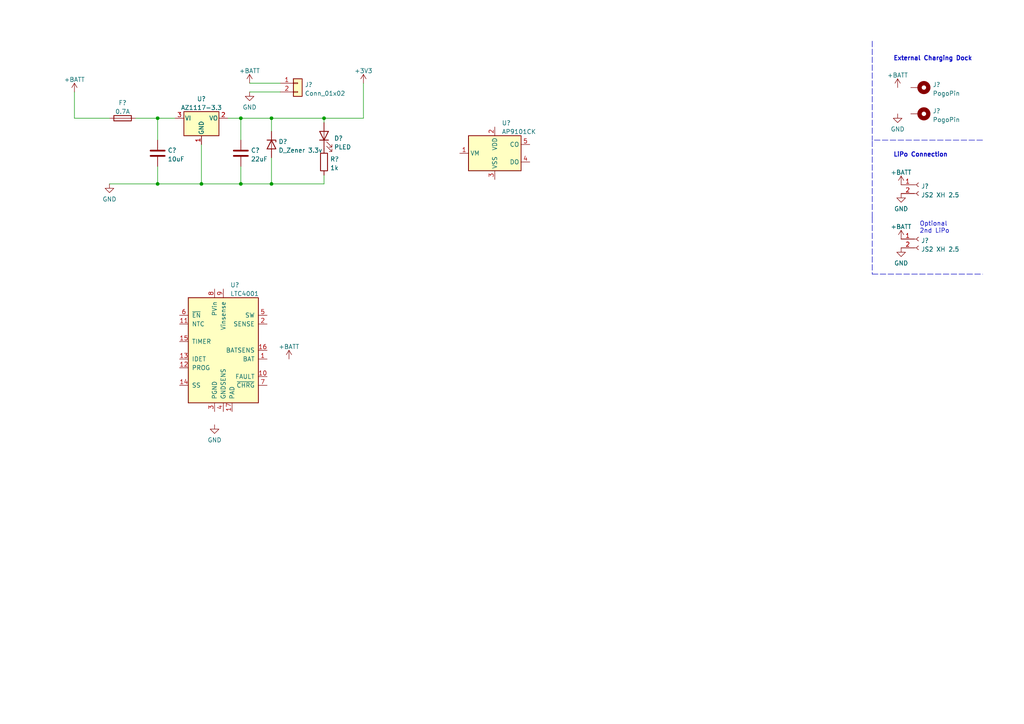
<source format=kicad_sch>
(kicad_sch (version 20211123) (generator eeschema)
  (paper "A4")
  (lib_symbols
    (symbol "Battery_Management:AP9101CK"
      (property "Reference" "U" (at -7.62 6.35 0))
      (property "Value" "AP9101CK" (at 6.35 6.35 0))
      (symbol "AP9101CK_0_1"
        (rectangle (start -7.62 5.08) (end 7.62 -5.08) (stroke (width 0.254)) (fill (type background)))
      )
      (symbol "AP9101CK_1_1"
        (pin passive line (at -10.16 0 0) (length 2.54) (name "VM") (number "1"))
        (pin power_in line (at 0 7.62 270) (length 2.54) (name "VDD") (number "2"))
        (pin power_in line (at 0 -7.62 90) (length 2.54) (name "VSS") (number "3"))
        (pin output line (at 10.16 -2.54 180) (length 2.54) (name "DO") (number "4"))
        (pin output line (at 10.16 2.54 180) (length 2.54) (name "CO") (number "5"))
      )
    )
    (symbol "Battery_Management:LTC4001" (pin_names (offset 1.016))
      (property "Reference" "U" (at -8.89 16.51 0))
      (property "Value" "LTC4001" (at 6.35 16.51 0))
      (symbol "LTC4001_0_1"
        (rectangle (start -10.16 15.24) (end 10.16 -15.24) (stroke (width 0.254)) (fill (type background)))
      )
      (symbol "LTC4001_1_1"
        (pin output line (at 12.7 -2.54 180) (length 2.54) (name "BAT") (number "1"))
        (pin output line (at 12.7 -7.62 180) (length 2.54) (name "FAULT") (number "10"))
        (pin input line (at -12.7 7.62 0) (length 2.54) (name "NTC") (number "11"))
        (pin input line (at -12.7 -5.08 0) (length 2.54) (name "PROG") (number "12"))
        (pin input line (at -12.7 -2.54 0) (length 2.54) (name "IDET") (number "13"))
        (pin input line (at -12.7 -10.16 0) (length 2.54) (name "SS") (number "14"))
        (pin input line (at -12.7 2.54 0) (length 2.54) (name "TIMER") (number "15"))
        (pin input line (at 12.7 0 180) (length 2.54) (name "BATSENS") (number "16"))
        (pin power_in line (at 2.54 -17.78 90) (length 2.54) (name "PAD") (number "17"))
        (pin input line (at 12.7 7.62 180) (length 2.54) (name "SENSE") (number "2"))
        (pin power_in line (at -2.54 -17.78 90) (length 2.54) (name "PGND") (number "3"))
        (pin power_in line (at 0 -17.78 90) (length 2.54) (name "GNDSENS") (number "4"))
        (pin output line (at 12.7 10.16 180) (length 2.54) (name "SW") (number "5"))
        (pin input line (at -12.7 10.16 0) (length 2.54) (name "~{EN}") (number "6"))
        (pin open_collector line (at 12.7 -10.16 180) (length 2.54) (name "~{CHRG}") (number "7"))
        (pin power_in line (at -2.54 17.78 270) (length 2.54) (name "PVin") (number "8"))
        (pin power_in line (at 0 17.78 270) (length 2.54) (name "Vinsense") (number "9"))
      )
    )
    (symbol "Connector:Conn_01x02_Female" (pin_names (offset 1.016) hide)
      (property "Reference" "J" (at 0 2.54 0))
      (property "Value" "Conn_01x02_Female" (at 0 -5.08 0))
      (symbol "Conn_01x02_Female_1_1"
        (arc (start 0 -2.032) (mid -0.508 -2.54) (end 0 -3.048) (stroke (width 0.1524)))
        (polyline (pts (xy -1.27 -2.54) (xy -0.508 -2.54)) (stroke (width 0.1524)))
        (polyline (pts (xy -1.27 0) (xy -0.508 0)) (stroke (width 0.1524)))
        (arc (start 0 0.508) (mid -0.508 0) (end 0 -0.508) (stroke (width 0.1524)))
        (pin passive line (at -5.08 0 0) (length 3.81) (name "Pin_1") (number "1"))
        (pin passive line (at -5.08 -2.54 0) (length 3.81) (name "Pin_2") (number "2"))
      )
    )
    (symbol "Connector_Generic:Conn_01x02" (pin_names (offset 1.016) hide)
      (property "Reference" "J" (at 0 2.54 0))
      (property "Value" "Conn_01x02" (at 0 -5.08 0))
      (symbol "Conn_01x02_1_1"
        (rectangle (start -1.27 -2.413) (end 0 -2.667) (stroke (width 0.1524)))
        (rectangle (start -1.27 0.127) (end 0 -0.127) (stroke (width 0.1524)))
        (rectangle (start -1.27 1.27) (end 1.27 -3.81) (stroke (width 0.254)) (fill (type background)))
        (pin passive line (at -5.08 0 0) (length 3.81) (name "Pin_1") (number "1"))
        (pin passive line (at -5.08 -2.54 0) (length 3.81) (name "Pin_2") (number "2"))
      )
    )
    (symbol "Device:C" (pin_numbers hide) (pin_names (offset 0.254))
      (property "Reference" "C" (at 0.635 2.54 0))
      (property "Value" "C" (at 0.635 -2.54 0))
      (symbol "C_0_1"
        (polyline (pts (xy -2.032 -0.762) (xy 2.032 -0.762)) (stroke (width 0.508)))
        (polyline (pts (xy -2.032 0.762) (xy 2.032 0.762)) (stroke (width 0.508)))
      )
      (symbol "C_1_1"
        (pin passive line (at 0 3.81 270) (length 2.794) (name "~") (number "1"))
        (pin passive line (at 0 -3.81 90) (length 2.794) (name "~") (number "2"))
      )
    )
    (symbol "Device:D_Zener" (pin_numbers hide) (pin_names (offset 1.016) hide)
      (property "Reference" "D" (at 0 2.54 0))
      (property "Value" "D_Zener" (at 0 -2.54 0))
      (symbol "D_Zener_0_1"
        (polyline (pts (xy 1.27 0) (xy -1.27 0)))
        (polyline (pts (xy -1.27 -1.27) (xy -1.27 1.27) (xy -0.762 1.27)) (stroke (width 0.254)))
        (polyline (pts (xy 1.27 -1.27) (xy 1.27 1.27) (xy -1.27 0) (xy 1.27 -1.27)) (stroke (width 0.254)))
      )
      (symbol "D_Zener_1_1"
        (pin passive line (at -3.81 0 0) (length 2.54) (name "K") (number "1"))
        (pin passive line (at 3.81 0 180) (length 2.54) (name "A") (number "2"))
      )
    )
    (symbol "Device:Fuse" (pin_numbers hide) (pin_names (offset 0))
      (property "Reference" "F" (at 2.032 0 90))
      (property "Value" "Fuse" (at -1.905 0 90))
      (symbol "Fuse_0_1"
        (rectangle (start -0.762 -2.54) (end 0.762 2.54) (stroke (width 0.254)))
        (polyline (pts (xy 0 2.54) (xy 0 -2.54)))
      )
      (symbol "Fuse_1_1"
        (pin passive line (at 0 3.81 270) (length 1.27) (name "~") (number "1"))
        (pin passive line (at 0 -3.81 90) (length 1.27) (name "~") (number "2"))
      )
    )
    (symbol "Device:LED" (pin_numbers hide) (pin_names (offset 1.016) hide)
      (property "Reference" "D" (at 0 2.54 0))
      (property "Value" "LED" (at 0 -2.54 0))
      (symbol "LED_0_1"
        (polyline (pts (xy -1.27 -1.27) (xy -1.27 1.27)) (stroke (width 0.254)))
        (polyline (pts (xy -1.27 0) (xy 1.27 0)))
        (polyline (pts (xy 1.27 -1.27) (xy 1.27 1.27) (xy -1.27 0) (xy 1.27 -1.27)) (stroke (width 0.254)))
        (polyline (pts (xy -3.048 -0.762) (xy -4.572 -2.286) (xy -3.81 -2.286) (xy -4.572 -2.286) (xy -4.572 -1.524)))
        (polyline (pts (xy -1.778 -0.762) (xy -3.302 -2.286) (xy -2.54 -2.286) (xy -3.302 -2.286) (xy -3.302 -1.524)))
      )
      (symbol "LED_1_1"
        (pin passive line (at -3.81 0 0) (length 2.54) (name "K") (number "1"))
        (pin passive line (at 3.81 0 180) (length 2.54) (name "A") (number "2"))
      )
    )
    (symbol "Device:R" (pin_numbers hide) (pin_names (offset 0))
      (property "Reference" "R" (at 2.032 0 90))
      (property "Value" "R" (at 0 0 90))
      (symbol "R_0_1"
        (rectangle (start -1.016 -2.54) (end 1.016 2.54) (stroke (width 0.254)))
      )
      (symbol "R_1_1"
        (pin passive line (at 0 3.81 270) (length 1.27) (name "~") (number "1"))
        (pin passive line (at 0 -3.81 90) (length 1.27) (name "~") (number "2"))
      )
    )
    (symbol "Mechanical:MountingHole_Pad" (pin_numbers hide) (pin_names (offset 1.016) hide)
      (property "Reference" "H" (at 0 6.35 0))
      (property "Value" "MountingHole_Pad" (at 0 4.445 0))
      (symbol "MountingHole_Pad_0_1"
        (circle (center 0 1.27) (radius 1.27) (stroke (width 1.27)))
      )
      (symbol "MountingHole_Pad_1_1"
        (pin input line (at 0 -2.54 90) (length 2.54) (name "1") (number "1"))
      )
    )
    (symbol "Regulator_Linear:AZ1117-3.3" (pin_names (offset 0.254))
      (property "Reference" "U" (at -3.81 3.175 0))
      (property "Value" "AZ1117-3.3" (at 0 3.175 0))
      (symbol "AZ1117-3.3_0_1"
        (rectangle (start -5.08 1.905) (end 5.08 -5.08) (stroke (width 0.254)) (fill (type background)))
      )
      (symbol "AZ1117-3.3_1_1"
        (pin power_in line (at 0 -7.62 90) (length 2.54) (name "GND") (number "1"))
        (pin power_out line (at 7.62 0 180) (length 2.54) (name "VO") (number "2"))
        (pin power_in line (at -7.62 0 0) (length 2.54) (name "VI") (number "3"))
      )
    )
    (symbol "power:+3.3V" (power) (pin_names (offset 0))
      (property "Value" "+3.3V" (at 0 3.556 0))
      (symbol "+3.3V_0_1"
        (polyline (pts (xy -0.762 1.27) (xy 0 2.54)))
        (polyline (pts (xy 0 0) (xy 0 2.54)))
        (polyline (pts (xy 0 2.54) (xy 0.762 1.27)))
      )
      (symbol "+3.3V_1_1"
        (pin power_in line (at 0 0 90) (length 0) hide (name "+3V3") (number "1"))
      )
    )
    (symbol "power:+BATT" (power) (pin_names (offset 0))
      (property "Value" "+BATT" (at 0 3.556 0))
      (symbol "+BATT_0_1"
        (polyline (pts (xy -0.762 1.27) (xy 0 2.54)))
        (polyline (pts (xy 0 0) (xy 0 2.54)))
        (polyline (pts (xy 0 2.54) (xy 0.762 1.27)))
      )
      (symbol "+BATT_1_1"
        (pin power_in line (at 0 0 90) (length 0) hide (name "+BATT") (number "1"))
      )
    )
    (symbol "power:GND" (power) (pin_names (offset 0))
      (property "Value" "GND" (at 0 -3.81 0))
      (symbol "GND_0_1"
        (polyline (pts (xy 0 0) (xy 0 -1.27) (xy 1.27 -1.27) (xy 0 -2.54) (xy -1.27 -1.27) (xy 0 -1.27)))
      )
      (symbol "GND_1_1"
        (pin power_in line (at 0 0 270) (length 0) hide (name "GND") (number "1"))
      )
    )
  )
  (junction (at 69.85 53.34))
  (junction (at 45.72 53.34))
  (junction (at 58.42 53.34))
  (junction (at 78.74 34.29))
  (junction (at 93.98 34.29))
  (junction (at 78.74 53.34))
  (junction (at 69.85 34.29))
  (junction (at 45.72 34.29))
  (wire (pts (xy 72.39 26.67) (xy 81.28 26.67)))
  (polyline (pts (xy 284.988 40.64) (xy 252.984 40.64)))
  (wire (pts (xy 105.41 24.13) (xy 105.41 34.29)))
  (wire (pts (xy 39.37 34.29) (xy 45.72 34.29)))
  (wire (pts (xy 72.39 24.13) (xy 81.28 24.13)))
  (wire (pts (xy 45.72 34.29) (xy 45.72 40.64)))
  (wire (pts (xy 45.72 34.29) (xy 50.8 34.29)))
  (wire (pts (xy 21.59 26.67) (xy 21.59 34.29)))
  (wire (pts (xy 45.72 48.26) (xy 45.72 53.34)))
  (wire (pts (xy 78.74 34.29) (xy 93.98 34.29)))
  (wire (pts (xy 93.98 53.34) (xy 78.74 53.34)))
  (wire (pts (xy 93.98 50.8) (xy 93.98 53.34)))
  (wire (pts (xy 45.72 53.34) (xy 58.42 53.34)))
  (wire (pts (xy 78.74 34.29) (xy 78.74 38.1)))
  (wire (pts (xy 78.74 45.72) (xy 78.74 53.34)))
  (wire (pts (xy 69.85 34.29) (xy 69.85 40.64)))
  (wire (pts (xy 66.04 34.29) (xy 69.85 34.29)))
  (wire (pts (xy 69.85 34.29) (xy 78.74 34.29)))
  (wire (pts (xy 93.98 34.29) (xy 93.98 35.56)))
  (wire (pts (xy 31.75 53.34) (xy 45.72 53.34)))
  (polyline (pts (xy 252.984 40.894) (xy 252.984 63.246)))
  (wire (pts (xy 69.85 53.34) (xy 78.74 53.34)))
  (wire (pts (xy 58.42 53.34) (xy 69.85 53.34)))
  (wire (pts (xy 105.41 34.29) (xy 93.98 34.29)))
  (polyline (pts (xy 252.984 79.502) (xy 284.988 79.502)))
  (wire (pts (xy 58.42 41.91) (xy 58.42 53.34)))
  (wire (pts (xy 21.59 34.29) (xy 31.75 34.29)))
  (wire (pts (xy 69.85 48.26) (xy 69.85 53.34)))
  (polyline (pts (xy 252.984 62.992) (xy 252.984 79.502)))
  (polyline (pts (xy 252.984 11.938) (xy 252.984 40.64)))
  (text "LiPo Connection" (at 259.08 45.72 0) (effects (font (size 1.27 1.27) (thickness 0.254) bold) (justify left bottom)))
  (text "Optional \n2nd LiPo" (at 266.7 67.818 0) (effects (font (size 1.27 1.27)) (justify left bottom)))
  (text "External Charging Dock" (at 259.08 17.78 0) (effects (font (size 1.27 1.27) (thickness 0.254) bold) (justify left bottom)))
  (symbol (lib_id "power:GND") (at 72.39 26.67 0) (unit 1)
    (property "Reference" "#PWR?" (effects hide))
    (property "Value" "GND" (at 72.39 31.1134 0))
  )
  (symbol (lib_id "Battery_Management:LTC4001") (at 64.77 101.6 0) (unit 1)
    (property "Reference" "U?" (at 66.7894 82.6602 0) (effects (justify left)))
    (property "Value" "LTC4001" (at 66.7894 85.1971 0) (effects (justify left)))
    (property "Footprint" "Package_DFN_QFN:QFN-16-1EP_4x4mm_P0.65mm_EP2.15x2.15mm" (effects hide))
    (property "Datasheet" "https://www.analog.com/media/en/technical-documentation/data-sheets/4001f.pdf" (effects hide))
  )
  (symbol (lib_id "power:+BATT") (at 72.39 24.13 0) (unit 1)
    (property "Reference" "#PWR?" (effects hide))
    (property "Value" "+BATT" (at 72.39 20.5542 0))
  )
  (symbol (lib_id "power:+BATT") (at 261.366 69.342 0) (unit 1)
    (property "Reference" "#PWR?" (effects hide))
    (property "Value" "+BATT" (at 261.366 65.7662 0))
  )
  (symbol (lib_id "Battery_Management:AP9101CK") (at 143.51 44.45 0) (unit 1)
    (property "Reference" "U?" (at 145.5294 35.6702 0) (effects (justify left)))
    (property "Value" "AP9101CK" (at 145.5294 38.2071 0) (effects (justify left)))
    (property "Footprint" "Package_TO_SOT_SMD:SOT-23-5" (effects hide))
    (property "Datasheet" "https://www.diodes.com/assets/Datasheets/AP9101C.pdf" (effects hide))
  )
  (symbol (lib_id "power:+BATT") (at 261.366 53.594 0) (unit 1)
    (property "Reference" "#PWR?" (effects hide))
    (property "Value" "+BATT" (at 261.366 50.0182 0))
  )
  (symbol (lib_id "Device:D_Zener") (at 78.74 41.91 270) (unit 1)
    (property "Reference" "D?" (at 80.772 41.0753 90) (effects (justify left)))
    (property "Value" "D_Zener 3.3v" (at 80.772 43.6122 90) (effects (justify left)))
  )
  (symbol (lib_id "Regulator_Linear:AZ1117-3.3") (at 58.42 34.29 0) (unit 1)
    (property "Reference" "U?" (at 58.42 28.6852 0))
    (property "Value" "AZ1117-3.3" (at 58.42 31.2221 0))
    (property "Datasheet" "https://www.diodes.com/assets/Datasheets/AZ1117.pdf" (effects hide))
  )
  (symbol (lib_id "Connector:Conn_01x02_Female") (at 266.446 53.594 0) (unit 1)
    (property "Reference" "J?" (at 267.1572 54.0293 0) (effects (justify left)))
    (property "Value" "JS2 XH 2.5" (at 267.1572 56.5662 0) (effects (justify left)))
  )
  (symbol (lib_id "Mechanical:MountingHole_Pad") (at 266.7 33.02 270) (unit 1)
    (property "Reference" "J?" (at 270.51 32.1853 90) (effects (justify left)))
    (property "Value" "PogoPin" (at 270.51 34.7222 90) (effects (justify left)))
  )
  (symbol (lib_id "power:GND") (at 261.366 71.882 0) (unit 1)
    (property "Reference" "#PWR?" (effects hide))
    (property "Value" "GND" (at 261.366 76.3254 0))
  )
  (symbol (lib_id "power:GND") (at 261.366 56.134 0) (unit 1)
    (property "Reference" "#PWR?" (effects hide))
    (property "Value" "GND" (at 261.366 60.5774 0))
  )
  (symbol (lib_id "Device:C") (at 69.85 44.45 0) (unit 1)
    (property "Reference" "C?" (at 72.771 43.6153 0) (effects (justify left)))
    (property "Value" "22uF" (at 72.771 46.1522 0) (effects (justify left)))
  )
  (symbol (lib_id "Connector:Conn_01x02_Female") (at 266.446 69.342 0) (unit 1)
    (property "Reference" "J?" (at 267.1572 69.7773 0) (effects (justify left)))
    (property "Value" "JS2 XH 2.5" (at 267.1572 72.3142 0) (effects (justify left)))
  )
  (symbol (lib_id "power:GND") (at 31.75 53.34 0) (unit 1)
    (property "Reference" "#PWR?" (effects hide))
    (property "Value" "GND" (at 31.75 57.7834 0))
  )
  (symbol (lib_id "Device:C") (at 45.72 44.45 0) (unit 1)
    (property "Reference" "C?" (at 48.641 43.6153 0) (effects (justify left)))
    (property "Value" "10uF" (at 48.641 46.1522 0) (effects (justify left)))
    (property "Footprint" "Capacitor_SMD:C_0603_1608Metric_Pad1.08x0.95mm_HandSolder" (effects hide))
  )
  (symbol (lib_id "power:GND") (at 62.23 123.19 0) (unit 1)
    (property "Reference" "#PWR?" (effects hide))
    (property "Value" "GND" (at 62.23 127.6334 0))
  )
  (symbol (lib_id "Connector_Generic:Conn_01x02") (at 86.36 24.13 0) (unit 1)
    (property "Reference" "J?" (at 88.392 24.5653 0) (effects (justify left)))
    (property "Value" "Conn_01x02" (at 88.392 27.1022 0) (effects (justify left)))
  )
  (symbol (lib_id "Device:Fuse") (at 35.56 34.29 90) (unit 1)
    (property "Reference" "F?" (at 35.56 29.8282 90))
    (property "Value" "0.7A" (at 35.56 32.3651 90))
  )
  (symbol (lib_id "power:+3.3V") (at 105.41 24.13 0) (unit 1)
    (property "Reference" "#PWR?" (effects hide))
    (property "Value" "+3.3V" (at 105.41 20.5542 0))
  )
  (symbol (lib_id "power:GND") (at 260.35 33.02 0) (unit 1)
    (property "Reference" "#PWR?" (effects hide))
    (property "Value" "GND" (at 260.35 37.4634 0))
  )
  (symbol (lib_id "power:+BATT") (at 21.59 26.67 0) (unit 1)
    (property "Reference" "#PWR?" (effects hide))
    (property "Value" "+BATT" (at 21.59 23.0942 0))
  )
  (symbol (lib_id "Mechanical:MountingHole_Pad") (at 266.7 25.4 270) (unit 1)
    (property "Reference" "J?" (at 270.51 24.5653 90) (effects (justify left)))
    (property "Value" "PogoPin" (at 270.51 27.1022 90) (effects (justify left)))
  )
  (symbol (lib_id "power:+BATT") (at 83.82 104.14 0) (unit 1)
    (property "Reference" "#PWR?" (effects hide))
    (property "Value" "+BATT" (at 83.82 100.5642 0))
  )
  (symbol (lib_id "Device:LED") (at 93.98 39.37 90) (unit 1)
    (property "Reference" "D?" (at 96.901 40.1228 90) (effects (justify right)))
    (property "Value" "PLED" (at 96.901 42.6597 90) (effects (justify right)))
  )
  (symbol (lib_id "Device:R") (at 93.98 46.99 0) (unit 1)
    (property "Reference" "R?" (at 95.758 46.1553 0) (effects (justify left)))
    (property "Value" "1k" (at 95.758 48.6922 0) (effects (justify left)))
  )
  (symbol (lib_id "power:+BATT") (at 260.35 25.4 0) (unit 1)
    (property "Reference" "#PWR?" (effects hide))
    (property "Value" "+BATT" (at 260.35 21.8242 0))
  )
)
</source>
